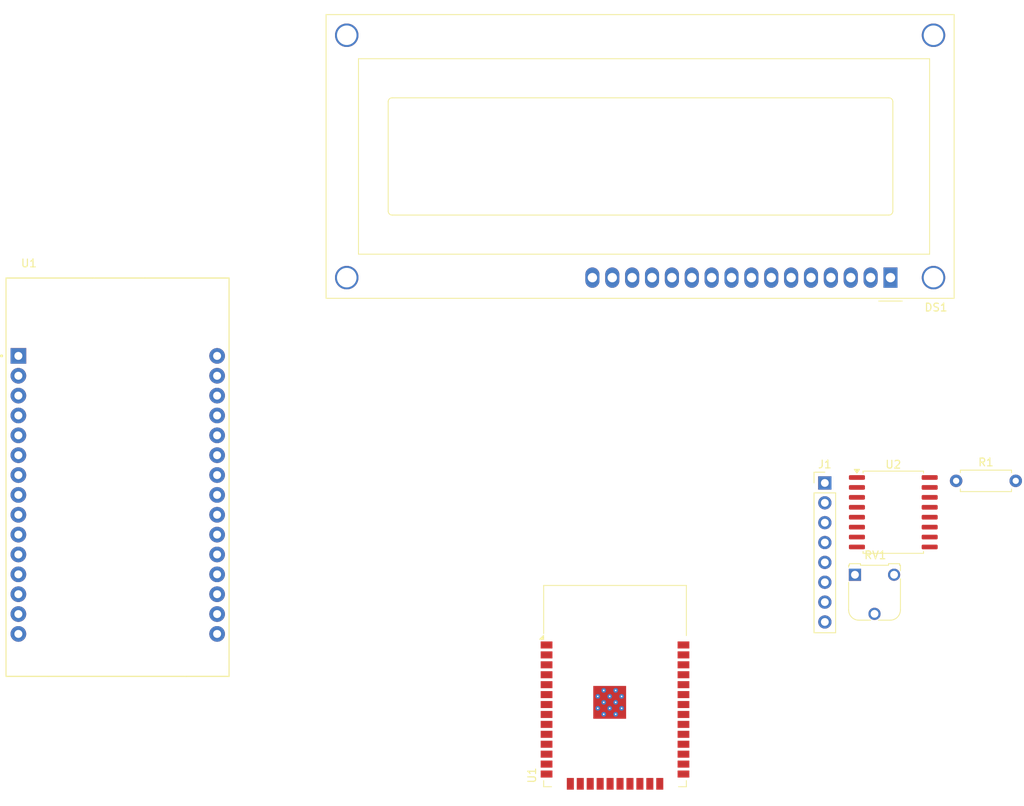
<source format=kicad_pcb>
(kicad_pcb (version 20241229) (generator "pcbnew") (generator_version "9.0")
  (layers (0 "F.Cu" signal) (2 "B.Cu" signal) (13 "F.Paste" user) (15 "B.Paste" user) (5 "F.SilkS" user "F.Silkscreen") (7 "B.SilkS" user "B.Silkscreen") (1 "F.Mask" user) (3 "B.Mask" user) (25 "Edge.Cuts" user))
  (net 0 "")
  (net 1 "Net-(DS1-D5)")
  (net 2 "Net-(DS1-LED(-))")
  (net 3 "Net-(DS1-D7)")
  (net 5 "Net-(DS1-D4)")
  (net 6 "Net-(DS1-E)")
  (net 10 "Net-(DS1-VDD)")
  (net 12 "Net-(DS1-D6)")
  (net 14 "Net-(DS1-RS)")
  (net 15 "Net-(J1-SDA)")
  (net 16 "Net-(J1-MOSI)")
  (net 17 "Net-(J1-RST)")
  (net 18 "Net-(J1-MISO)")
  (net 21 "Net-(BZ1-+)")
  (net 37 "Net-(U1-IO21)")
  (net 44 "Net-(U1-IO22)")
  (net 93 "GND")
  (net 99 "Net-(U2-GND-Pad10)")
  (footprint "Connector_PinHeader_2.54mm:PinHeader_1x08_P2.54mm_Vertical" (layer "F.Cu") (at 146.65 95.76)
    (property "Reference" "J1" (at 0 -2.38 0) (layer "F.SilkS"))
    (property "Value" "RC522")
    (fp_line (start -1.38 -1.38) (end 0 -1.38) (stroke (width 0.12)) (layer "F.SilkS"))
    (fp_line (start -1.38 0) (end -1.38 -1.38) (stroke (width 0.12)) (layer "F.SilkS"))
    (fp_line (start -1.38 1.27) (end -1.38 19.16) (stroke (width 0.12)) (layer "F.SilkS"))
    (fp_line (start -1.38 1.27) (end 1.38 1.27) (stroke (width 0.12)) (layer "F.SilkS"))
    (fp_line (start -1.38 19.16) (end 1.38 19.16) (stroke (width 0.12)) (layer "F.SilkS"))
    (fp_line (start 1.38 1.27) (end 1.38 19.16) (stroke (width 0.12)) (layer "F.SilkS"))
    (pad "1" thru_hole rect (at 0 0) (size 1.7 1.7) (drill 1) (layers "*.Cu" "*.Mask"))
    (pad "2" thru_hole circle (at 0 2.54) (size 1.7 1.7) (drill 1) (layers "*.Cu" "*.Mask"))
    (pad "3" thru_hole circle (at 0 5.08) (size 1.7 1.7) (drill 1) (layers "*.Cu" "*.Mask"))
    (pad "4" thru_hole circle (at 0 7.62) (size 1.7 1.7) (drill 1) (layers "*.Cu" "*.Mask"))
    (pad "5" thru_hole circle (at 0 10.16) (size 1.7 1.7) (drill 1) (layers "*.Cu" "*.Mask"))
    (pad "6" thru_hole circle (at 0 12.7) (size 1.7 1.7) (drill 1) (layers "*.Cu" "*.Mask"))
    (pad "7" thru_hole circle (at 0 15.24) (size 1.7 1.7) (drill 1) (layers "*.Cu" "*.Mask"))
    (pad "8" thru_hole circle (at 0 17.78) (size 1.7 1.7) (drill 1) (layers "*.Cu" "*.Mask"))
  )
  (footprint "Resistor_THT:R_Axial_DIN0207_L6.3mm_D2.5mm_P7.62mm_Horizontal" (layer "F.Cu") (at 163.43 95.49)
    (property "Reference" "R1" (at 3.81 -2.37 0) (layer "F.SilkS"))
    (property "Value" "220R")
    (fp_line (start 0.54 -1.37) (end 7.08 -1.37) (stroke (width 0.12)) (layer "F.SilkS"))
    (fp_line (start 0.54 -1.04) (end 0.54 -1.37) (stroke (width 0.12)) (layer "F.SilkS"))
    (fp_line (start 0.54 1.04) (end 0.54 1.37) (stroke (width 0.12)) (layer "F.SilkS"))
    (fp_line (start 0.54 1.37) (end 7.08 1.37) (stroke (width 0.12)) (layer "F.SilkS"))
    (fp_line (start 7.08 -1.37) (end 7.08 -1.04) (stroke (width 0.12)) (layer "F.SilkS"))
    (fp_line (start 7.08 1.37) (end 7.08 1.04) (stroke (width 0.12)) (layer "F.SilkS"))
    (pad "1" thru_hole circle (at 0 0) (size 1.6 1.6) (drill 0.8) (layers "*.Cu" "*.Mask"))
    (pad "2" thru_hole circle (at 7.62 0) (size 1.6 1.6) (drill 0.8) (layers "*.Cu" "*.Mask"))
  )
  (footprint "Display:WC1602A" (layer "F.Cu") (at 155.04 69.5 180)
    (property "Reference" "DS1" (at -5.82 -3.81 0) (layer "F.SilkS"))
    (property "Value" "LCD")
    (fp_line (start 72.14 33.64) (end 72.14 -2.64) (stroke (width 0.12)) (layer "F.SilkS"))
    (fp_line (start 72.14 -2.64) (end -7.34 -2.64) (stroke (width 0.12)) (layer "F.SilkS"))
    (fp_line (start 68 28) (end -5 28) (stroke (width 0.12)) (layer "F.SilkS"))
    (fp_line (start 68 3) (end 68 28) (stroke (width 0.12)) (layer "F.SilkS"))
    (fp_line (start 64.2 8.5) (end 64.2 22.5) (stroke (width 0.12)) (layer "F.SilkS"))
    (fp_line (start 63.70066 23) (end 0.2 23) (stroke (width 0.12)) (layer "F.SilkS"))
    (fp_line (start 0.2 8) (end 63.7 8) (stroke (width 0.12)) (layer "F.SilkS"))
    (fp_line (start -0.29972 22.49932) (end -0.29972 8.5) (stroke (width 0.12)) (layer "F.SilkS"))
    (fp_line (start -1.5 -3) (end 1.5 -3) (stroke (width 0.12)) (layer "F.SilkS"))
    (fp_line (start -5 28) (end -5 3) (stroke (width 0.12)) (layer "F.SilkS"))
    (fp_line (start -5 3) (end 68 3) (stroke (width 0.12)) (layer "F.SilkS"))
    (fp_line (start -8.13 -2.64) (end -7.34 -2.64) (stroke (width 0.12)) (layer "F.SilkS"))
    (fp_line (start -8.14 33.64) (end 72.14 33.64) (stroke (width 0.12)) (layer "F.SilkS"))
    (fp_line (start -8.14 -2.64) (end -8.14 33.64) (stroke (width 0.12)) (layer "F.SilkS"))
    (fp_arc (start 64.20104 22.49932) (mid 64.054482 22.853142) (end 63.70066 22.9997) (stroke (width 0.12)) (layer "F.SilkS"))
    (fp_arc (start 63.7 8) (mid 64.053553 8.146447) (end 64.2 8.5) (stroke (width 0.12)) (layer "F.SilkS"))
    (fp_arc (start 0.20066 22.9997) (mid -0.153162 22.853142) (end -0.29972 22.49932) (stroke (width 0.12)) (layer "F.SilkS"))
    (fp_arc (start -0.29972 8.49884) (mid -0.153162 8.145018) (end 0.20066 7.99846) (stroke (width 0.12)) (layer "F.SilkS"))
    (pad "" thru_hole circle (at -5.4991 0 180) (size 3 3) (drill 2.5) (layers "*.Cu" "*.Mask"))
    (pad "" thru_hole circle (at -5.4991 31.0007 180) (size 3 3) (drill 2.5) (layers "*.Cu" "*.Mask"))
    (pad "" thru_hole circle (at 69.49948 31.0007 180) (size 3 3) (drill 2.5) (layers "*.Cu" "*.Mask"))
    (pad "" thru_hole circle (at 69.5 0 180) (size 3 3) (drill 2.5) (layers "*.Cu" "*.Mask"))
    (pad "1" thru_hole rect (at 0 0 180) (size 1.8 2.6) (drill 1.2) (layers "*.Cu" "*.Mask"))
    (pad "2" thru_hole oval (at 2.54 0 180) (size 1.8 2.6) (drill 1.2) (layers "*.Cu" "*.Mask"))
    (pad "3" thru_hole oval (at 5.08 0 180) (size 1.8 2.6) (drill 1.2) (layers "*.Cu" "*.Mask"))
    (pad "4" thru_hole oval (at 7.62 0 180) (size 1.8 2.6) (drill 1.2) (layers "*.Cu" "*.Mask"))
    (pad "5" thru_hole oval (at 10.16 0 180) (size 1.8 2.6) (drill 1.2) (layers "*.Cu" "*.Mask"))
    (pad "6" thru_hole oval (at 12.7 0 180) (size 1.8 2.6) (drill 1.2) (layers "*.Cu" "*.Mask"))
    (pad "7" thru_hole oval (at 15.24 0 180) (size 1.8 2.6) (drill 1.2) (layers "*.Cu" "*.Mask"))
    (pad "8" thru_hole oval (at 17.78 0 180) (size 1.8 2.6) (drill 1.2) (layers "*.Cu" "*.Mask"))
    (pad "9" thru_hole oval (at 20.32 0 180) (size 1.8 2.6) (drill 1.2) (layers "*.Cu" "*.Mask"))
    (pad "10" thru_hole oval (at 22.86 0 180) (size 1.8 2.6) (drill 1.2) (layers "*.Cu" "*.Mask"))
    (pad "11" thru_hole oval (at 25.4 0 180) (size 1.8 2.6) (drill 1.2) (layers "*.Cu" "*.Mask"))
    (pad "12" thru_hole oval (at 27.94 0 180) (size 1.8 2.6) (drill 1.2) (layers "*.Cu" "*.Mask"))
    (pad "13" thru_hole oval (at 30.48 0 180) (size 1.8 2.6) (drill 1.2) (layers "*.Cu" "*.Mask"))
    (pad "14" thru_hole oval (at 33.02 0 180) (size 1.8 2.6) (drill 1.2) (layers "*.Cu" "*.Mask"))
    (pad "15" thru_hole oval (at 35.56 0 180) (size 1.8 2.6) (drill 1.2) (layers "*.Cu" "*.Mask"))
    (pad "16" thru_hole oval (at 38.1 0 180) (size 1.8 2.6) (drill 1.2) (layers "*.Cu" "*.Mask"))
  )
  (footprint "Potentiometer_THT:Potentiometer_Runtron_RM-065_Vertical" (layer "F.Cu") (at 150.5 107.5)
    (property "Reference" "RV1" (at 2.6 -2.5 0) (layer "F.SilkS"))
    (property "Value" "100k")
    (fp_line (start -0.81 -1.21) (end -0.81 -0.96) (stroke (width 0.12)) (layer "F.SilkS"))
    (fp_line (start -0.81 4.5) (end -0.81 0.96) (stroke (width 0.12)) (layer "F.SilkS"))
    (fp_line (start -0.71 -1.41) (end -0.71 -1.21) (stroke (width 0.12)) (layer "F.SilkS"))
    (fp_line (start -0.71 -1.41) (end 0.71 -1.41) (stroke (width 0.12)) (layer "F.SilkS"))
    (fp_line (start -0.71 -1.21) (end -0.81 -1.21) (stroke (width 0.12)) (layer "F.SilkS"))
    (fp_line (start 0.71 -1.21) (end 0.71 -1.41) (stroke (width 0.12)) (layer "F.SilkS"))
    (fp_line (start 0.71 -1.21) (end 4.29 -1.21) (stroke (width 0.12)) (layer "F.SilkS"))
    (fp_line (start 1.99 5.81) (end 0.5 5.81) (stroke (width 0.12)) (layer "F.SilkS"))
    (fp_line (start 4.29 -1.41) (end 5.71 -1.41) (stroke (width 0.12)) (layer "F.SilkS"))
    (fp_line (start 4.29 -1.21) (end 4.29 -1.41) (stroke (width 0.12)) (layer "F.SilkS"))
    (fp_line (start 4.5 5.81) (end 3.01 5.81) (stroke (width 0.12)) (layer "F.SilkS"))
    (fp_line (start 5.71 -1.41) (end 5.71 -1.21) (stroke (width 0.12)) (layer "F.SilkS"))
    (fp_line (start 5.71 -1.21) (end 5.81 -1.21) (stroke (width 0.12)) (layer "F.SilkS"))
    (fp_line (start 5.81 -1.21) (end 5.81 -0.52) (stroke (width 0.12)) (layer "F.SilkS"))
    (fp_line (start 5.81 0.52) (end 5.81 4.5) (stroke (width 0.12)) (layer "F.SilkS"))
    (fp_arc (start 0.5 5.81) (mid -0.42631 5.42631) (end -0.81 4.5) (stroke (width 0.12)) (layer "F.SilkS"))
    (fp_arc (start 5.81 4.5) (mid 5.42631 5.42631) (end 4.5 5.81) (stroke (width 0.12)) (layer "F.SilkS"))
    (pad "1" thru_hole rect (at 0 0) (size 1.56 1.56) (drill 1) (layers "*.Cu" "*.Mask"))
    (pad "2" thru_hole circle (at 2.5 5) (size 1.56 1.56) (drill 1) (layers "*.Cu" "*.Mask"))
    (pad "3" thru_hole circle (at 5 0) (size 1.56 1.56) (drill 1) (layers "*.Cu" "*.Mask"))
  )
  (footprint "RF_Module:ESP32-WROOM-32" (layer "F.Cu") (at 119.83 124.73)
    (property "Reference" "U1" (at -10.61 8.43 90) (layer "F.SilkS"))
    (property "Value" "ESP32-WROOM-32")
    (fp_line (start -9.12 -15.86) (end -9.12 -9.7) (stroke (width 0.12)) (layer "F.SilkS"))
    (fp_line (start -9.12 -15.86) (end 9.12 -15.86) (stroke (width 0.12)) (layer "F.SilkS"))
    (fp_line (start -9.12 9.1) (end -9.12 9.88) (stroke (width 0.12)) (layer "F.SilkS"))
    (fp_line (start -9.12 9.88) (end -8.12 9.88) (stroke (width 0.12)) (layer "F.SilkS"))
    (fp_line (start 9.12 -15.86) (end 9.12 -9.445) (stroke (width 0.12)) (layer "F.SilkS"))
    (fp_line (start 9.12 9.1) (end 9.12 9.88) (stroke (width 0.12)) (layer "F.SilkS"))
    (fp_line (start 9.12 9.88) (end 8.12 9.88) (stroke (width 0.12)) (layer "F.SilkS"))
    (fp_poly (pts (xy -9.125 -8.975) (xy -9.625 -8.975) (xy -9.125 -9.475) (xy -9.125 -8.975)) (stroke (width 0.12)) (fill yes) (layer "F.SilkS"))
    (pad "1" smd rect (at -8.75 -8.25) (size 1.5 0.9) (layers "F.Cu" "F.Mask" "F.Paste") (net 2 "Net-(DS1-LED(-))"))
    (pad "2" smd rect (at -8.75 -6.98) (size 1.5 0.9) (layers "F.Cu" "F.Mask" "F.Paste") (net 10 "Net-(DS1-VDD)"))
    (pad "3" smd rect (at -8.75 -5.71) (size 1.5 0.9) (layers "F.Cu" "F.Mask" "F.Paste"))
    (pad "4" smd rect (at -8.75 -4.44) (size 1.5 0.9) (layers "F.Cu" "F.Mask" "F.Paste"))
    (pad "5" smd rect (at -8.75 -3.17) (size 1.5 0.9) (layers "F.Cu" "F.Mask" "F.Paste"))
    (pad "6" smd rect (at -8.75 -1.9) (size 1.5 0.9) (layers "F.Cu" "F.Mask" "F.Paste"))
    (pad "7" smd rect (at -8.75 -0.63) (size 1.5 0.9) (layers "F.Cu" "F.Mask" "F.Paste"))
    (pad "8" smd rect (at -8.75 0.64) (size 1.5 0.9) (layers "F.Cu" "F.Mask" "F.Paste"))
    (pad "9" smd rect (at -8.75 1.91) (size 1.5 0.9) (layers "F.Cu" "F.Mask" "F.Paste"))
    (pad "10" smd rect (at -8.75 3.18) (size 1.5 0.9) (layers "F.Cu" "F.Mask" "F.Paste") (net 3 "Net-(DS1-D7)"))
    (pad "11" smd rect (at -8.75 4.45) (size 1.5 0.9) (layers "F.Cu" "F.Mask" "F.Paste") (net 12 "Net-(DS1-D6)"))
    (pad "12" smd rect (at -8.75 5.72) (size 1.5 0.9) (layers "F.Cu" "F.Mask" "F.Paste") (net 1 "Net-(DS1-D5)"))
    (pad "13" smd rect (at -8.75 6.99) (size 1.5 0.9) (layers "F.Cu" "F.Mask" "F.Paste") (net 5 "Net-(DS1-D4)"))
    (pad "14" smd rect (at -8.75 8.26) (size 1.5 0.9) (layers "F.Cu" "F.Mask" "F.Paste") (net 21 "Net-(BZ1-+)"))
    (pad "15" smd rect (at -5.71 9.51 90) (size 1.5 0.9) (layers "F.Cu" "F.Mask" "F.Paste") (net 2 "Net-(DS1-LED(-))"))
    (pad "16" smd rect (at -4.44 9.51 90) (size 1.5 0.9) (layers "F.Cu" "F.Mask" "F.Paste") (net 6 "Net-(DS1-E)"))
    (pad "17" smd rect (at -3.17 9.51 90) (size 1.5 0.9) (layers "F.Cu" "F.Mask" "F.Paste"))
    (pad "18" smd rect (at -1.9 9.51 90) (size 1.5 0.9) (layers "F.Cu" "F.Mask" "F.Paste"))
    (pad "19" smd rect (at -0.63 9.51 90) (size 1.5 0.9) (layers "F.Cu" "F.Mask" "F.Paste"))
    (pad "20" smd rect (at 0.64 9.51 90) (size 1.5 0.9) (layers "F.Cu" "F.Mask" "F.Paste"))
    (pad "21" smd rect (at 1.91 9.51 90) (size 1.5 0.9) (layers "F.Cu" "F.Mask" "F.Paste"))
    (pad "22" smd rect (at 3.18 9.51 90) (size 1.5 0.9) (layers "F.Cu" "F.Mask" "F.Paste"))
    (pad "23" smd rect (at 4.45 9.51 90) (size 1.5 0.9) (layers "F.Cu" "F.Mask" "F.Paste"))
    (pad "24" smd rect (at 5.72 9.51 90) (size 1.5 0.9) (layers "F.Cu" "F.Mask" "F.Paste"))
    (pad "25" smd rect (at 8.75 8.26) (size 1.5 0.9) (layers "F.Cu" "F.Mask" "F.Paste"))
    (pad "26" smd rect (at 8.75 6.99) (size 1.5 0.9) (layers "F.Cu" "F.Mask" "F.Paste"))
    (pad "27" smd rect (at 8.75 5.72) (size 1.5 0.9) (layers "F.Cu" "F.Mask" "F.Paste") (net 14 "Net-(DS1-RS)"))
    (pad "28" smd rect (at 8.75 4.45) (size 1.5 0.9) (layers "F.Cu" "F.Mask" "F.Paste") (net 17 "Net-(J1-RST)"))
    (pad "29" smd rect (at 8.75 3.18) (size 1.5 0.9) (layers "F.Cu" "F.Mask" "F.Paste") (net 15 "Net-(J1-SDA)"))
    (pad "30" smd rect (at 8.75 1.91) (size 1.5 0.9) (layers "F.Cu" "F.Mask" "F.Paste"))
    (pad "31" smd rect (at 8.75 0.64) (size 1.5 0.9) (layers "F.Cu" "F.Mask" "F.Paste") (net 18 "Net-(J1-MISO)"))
    (pad "32" smd rect (at 8.75 -0.63) (size 1.5 0.9) (layers "F.Cu" "F.Mask" "F.Paste"))
    (pad "33" smd rect (at 8.75 -1.9) (size 1.5 0.9) (layers "F.Cu" "F.Mask" "F.Paste") (net 37 "Net-(U1-IO21)"))
    (pad "34" smd rect (at 8.75 -3.17) (size 1.5 0.9) (layers "F.Cu" "F.Mask" "F.Paste"))
    (pad "35" smd rect (at 8.75 -4.44) (size 1.5 0.9) (layers "F.Cu" "F.Mask" "F.Paste"))
    (pad "36" smd rect (at 8.75 -5.71) (size 1.5 0.9) (layers "F.Cu" "F.Mask" "F.Paste") (net 44 "Net-(U1-IO22)"))
    (pad "37" smd rect (at 8.75 -6.98) (size 1.5 0.9) (layers "F.Cu" "F.Mask" "F.Paste") (net 16 "Net-(J1-MOSI)"))
    (pad "38" smd rect (at 8.75 -8.25) (size 1.5 0.9) (layers "F.Cu" "F.Mask" "F.Paste") (net 2 "Net-(DS1-LED(-))"))
    (pad "39" smd rect (at -2.205 -2.435) (size 1.05 1.05) (layers "F.Cu" "F.Paste") (net 2 "Net-(DS1-LED(-))"))
    (pad "39" thru_hole circle (at -2.205 -1.6725) (size 0.6 0.6) (drill 0.2) (property pad_prop_heatsink) (layers "*.Cu" "F.Mask") (net 2 "Net-(DS1-LED(-))"))
    (pad "39" smd rect (at -2.205 -0.91) (size 1.05 1.05) (layers "F.Cu" "F.Paste") (net 2 "Net-(DS1-LED(-))"))
    (pad "39" thru_hole circle (at -2.205 -0.1475) (size 0.6 0.6) (drill 0.2) (property pad_prop_heatsink) (layers "*.Cu" "F.Mask") (net 2 "Net-(DS1-LED(-))"))
    (pad "39" smd rect (at -2.205 0.615) (size 1.05 1.05) (layers "F.Cu" "F.Paste") (net 2 "Net-(DS1-LED(-))"))
    (pad "39" thru_hole circle (at -1.4425 -2.435) (size 0.6 0.6) (drill 0.2) (property pad_prop_heatsink) (layers "*.Cu" "F.Mask") (net 2 "Net-(DS1-LED(-))"))
    (pad "39" thru_hole circle (at -1.4425 -0.91) (size 0.6 0.6) (drill 0.2) (property pad_prop_heatsink) (layers "*.Cu" "F.Mask") (net 2 "Net-(DS1-LED(-))"))
    (pad "39" thru_hole circle (at -1.4425 0.615) (size 0.6 0.6) (drill 0.2) (property pad_prop_heatsink) (layers "*.Cu" "F.Mask") (net 2 "Net-(DS1-LED(-))"))
    (pad "39" smd rect (at -0.68 -2.435) (size 1.05 1.05) (layers "F.Cu" "F.Paste") (net 2 "Net-(DS1-LED(-))"))
    (pad "39" thru_hole circle (at -0.68 -1.6725) (size 0.6 0.6) (drill 0.2) (property pad_prop_heatsink) (layers "*.Cu" "F.Mask") (net 2 "Net-(DS1-LED(-))"))
    (pad "39" smd rect (at -0.68 -0.91) (size 1.05 1.05) (layers "F.Cu" "F.Paste") (net 2 "Net-(DS1-LED(-))"))
    (pad "39" smd rect (at -0.68 -0.91) (size 4.2 4.2) (property pad_prop_heatsink) (layers "F.Cu" "F.Mask") (net 2 "Net-(DS1-LED(-))"))
    (pad "39" thru_hole circle (at -0.68 -0.1475) (size 0.6 0.6) (drill 0.2) (property pad_prop_heatsink) (layers "*.Cu" "F.Mask") (net 2 "Net-(DS1-LED(-))"))
    (pad "39" smd rect (at -0.68 0.615) (size 1.05 1.05) (layers "F.Cu" "F.Paste") (net 2 "Net-(DS1-LED(-))"))
    (pad "39" thru_hole circle (at 0.0825 -2.435) (size 0.6 0.6) (drill 0.2) (property pad_prop_heatsink) (layers "*.Cu" "F.Mask") (net 2 "Net-(DS1-LED(-))"))
    (pad "39" thru_hole circle (at 0.0825 -0.91) (size 0.6 0.6) (drill 0.2) (property pad_prop_heatsink) (layers "*.Cu" "F.Mask") (net 2 "Net-(DS1-LED(-))"))
    (pad "39" thru_hole circle (at 0.0825 0.615) (size 0.6 0.6) (drill 0.2) (property pad_prop_heatsink) (layers "*.Cu" "F.Mask") (net 2 "Net-(DS1-LED(-))"))
    (pad "39" smd rect (at 0.845 -2.435) (size 1.05 1.05) (layers "F.Cu" "F.Paste") (net 2 "Net-(DS1-LED(-))"))
    (pad "39" thru_hole circle (at 0.845 -1.6725) (size 0.6 0.6) (drill 0.2) (property pad_prop_heatsink) (layers "*.Cu" "F.Mask") (net 2 "Net-(DS1-LED(-))"))
    (pad "39" smd rect (at 0.845 -0.91) (size 1.05 1.05) (layers "F.Cu" "F.Paste") (net 2 "Net-(DS1-LED(-))"))
    (pad "39" thru_hole circle (at 0.845 -0.1475) (size 0.6 0.6) (drill 0.2) (property pad_prop_heatsink) (layers "*.Cu" "F.Mask") (net 2 "Net-(DS1-LED(-))"))
    (pad "39" smd rect (at 0.845 0.615) (size 1.05 1.05) (layers "F.Cu" "F.Paste") (net 2 "Net-(DS1-LED(-))"))
  )
  (footprint "ESP32-DEVKIT-V1:MODULE_ESP32_DEVKIT_V1" (layer "F.Cu") (at 56.27 95.025)
    (property "Reference" "U1" (at -11.355 -27.36 0) (layer "F.SilkS"))
    (property "Value" "ESP32-DEVKIT-V1")
    (fp_line (start -14.28 -25.475) (end -3.211 -25.475) (stroke (width 0.127)) (layer "F.SilkS"))
    (fp_line (start -14.28 -25.475) (end 14.23 -25.475) (stroke (width 0.127)) (layer "F.SilkS"))
    (fp_line (start -14.28 25.475) (end -14.28 -25.475) (stroke (width 0.127)) (layer "F.SilkS"))
    (fp_line (start -14.28 25.475) (end -14.28 -25.475) (stroke (width 0.127)) (layer "F.SilkS"))
    (fp_line (start -14.28 25.475) (end -8.91 25.475) (stroke (width 0.127)) (layer "F.SilkS"))
    (fp_line (start -8.91 25.475) (end 8.78 25.475) (stroke (width 0.127)) (layer "F.SilkS"))
    (fp_line (start -3.211 -25.475) (end 3.5 -25.475) (stroke (width 0.127)) (layer "F.SilkS"))
    (fp_line (start 3.5 -25.475) (end 14.23 -25.475) (stroke (width 0.127)) (layer "F.SilkS"))
    (fp_line (start 8.78 25.475) (end 14.23 25.475) (stroke (width 0.127)) (layer "F.SilkS"))
    (fp_line (start 14.23 -25.475) (end 14.23 25.475) (stroke (width 0.127)) (layer "F.SilkS"))
    (fp_line (start 14.23 -25.475) (end 14.23 25.475) (stroke (width 0.127)) (layer "F.SilkS"))
    (fp_line (start 14.23 25.475) (end -14.28 25.475) (stroke (width 0.127)) (layer "F.SilkS"))
    (fp_circle (center -14.85 -15.515) (end -14.75 -15.515) (stroke (width 0.2)) (fill no) (layer "F.SilkS"))
    (pad "" np_thru_hole circle (at -12.28 -23.475) (size 3 3) (drill 3) (layers "*.Cu" "*.Mask"))
    (pad "" np_thru_hole circle (at -12.28 23.475) (size 3 3) (drill 3) (layers "*.Cu" "*.Mask"))
    (pad "" np_thru_hole circle (at 12.23 -23.475) (size 3 3) (drill 3) (layers "*.Cu" "*.Mask"))
    (pad "" np_thru_hole circle (at 12.23 23.475) (size 3 3) (drill 3) (layers "*.Cu" "*.Mask"))
    (pad "1" thru_hole rect (at -12.7 -15.515) (size 2 2) (drill 1.02) (layers "*.Cu" "*.Mask"))
    (pad "2" thru_hole circle (at -12.7 -12.975) (size 2 2) (drill 1.02) (layers "*.Cu" "*.Mask") (net 93 "GND"))
    (pad "3" thru_hole circle (at -12.7 -10.435) (size 2 2) (drill 1.02) (layers "*.Cu" "*.Mask"))
    (pad "4" thru_hole circle (at -12.7 -7.895) (size 2 2) (drill 1.02) (layers "*.Cu" "*.Mask"))
    (pad "5" thru_hole circle (at -12.7 -5.355) (size 2 2) (drill 1.02) (layers "*.Cu" "*.Mask"))
    (pad "6" thru_hole circle (at -12.7 -2.815) (size 2 2) (drill 1.02) (layers "*.Cu" "*.Mask"))
    (pad "7" thru_hole circle (at -12.7 -0.275) (size 2 2) (drill 1.02) (layers "*.Cu" "*.Mask"))
    (pad "8" thru_hole circle (at -12.7 2.265) (size 2 2) (drill 1.02) (layers "*.Cu" "*.Mask"))
    (pad "9" thru_hole circle (at -12.7 4.805) (size 2 2) (drill 1.02) (layers "*.Cu" "*.Mask"))
    (pad "10" thru_hole circle (at -12.7 7.345) (size 2 2) (drill 1.02) (layers "*.Cu" "*.Mask"))
    (pad "11" thru_hole circle (at -12.7 9.885) (size 2 2) (drill 1.02) (layers "*.Cu" "*.Mask"))
    (pad "12" thru_hole circle (at -12.7 12.425) (size 2 2) (drill 1.02) (layers "*.Cu" "*.Mask"))
    (pad "13" thru_hole circle (at -12.7 14.965) (size 2 2) (drill 1.02) (layers "*.Cu" "*.Mask"))
    (pad "14" thru_hole circle (at -12.7 17.505) (size 2 2) (drill 1.02) (layers "*.Cu" "*.Mask"))
    (pad "15" thru_hole circle (at -12.7 20.045) (size 2 2) (drill 1.02) (layers "*.Cu" "*.Mask"))
    (pad "16" thru_hole circle (at 12.7 20.045) (size 2 2) (drill 1.02) (layers "*.Cu" "*.Mask"))
    (pad "17" thru_hole circle (at 12.7 17.505) (size 2 2) (drill 1.02) (layers "*.Cu" "*.Mask"))
    (pad "18" thru_hole circle (at 12.7 14.965) (size 2 2) (drill 1.02) (layers "*.Cu" "*.Mask"))
    (pad "19" thru_hole circle (at 12.7 12.425) (size 2 2) (drill 1.02) (layers "*.Cu" "*.Mask"))
    (pad "20" thru_hole circle (at 12.7 9.885) (size 2 2) (drill 1.02) (layers "*.Cu" "*.Mask"))
    (pad "21" thru_hole circle (at 12.7 7.345) (size 2 2) (drill 1.02) (layers "*.Cu" "*.Mask"))
    (pad "22" thru_hole circle (at 12.7 4.805) (size 2 2) (drill 1.02) (layers "*.Cu" "*.Mask"))
    (pad "23" thru_hole circle (at 12.7 2.265) (size 2 2) (drill 1.02) (layers "*.Cu" "*.Mask"))
    (pad "24" thru_hole circle (at 12.7 -0.275) (size 2 2) (drill 1.02) (layers "*.Cu" "*.Mask"))
    (pad "25" thru_hole circle (at 12.7 -2.815) (size 2 2) (drill 1.02) (layers "*.Cu" "*.Mask"))
    (pad "26" thru_hole circle (at 12.7 -5.355) (size 2 2) (drill 1.02) (layers "*.Cu" "*.Mask"))
    (pad "27" thru_hole circle (at 12.7 -7.895) (size 2 2) (drill 1.02) (layers "*.Cu" "*.Mask"))
    (pad "28" thru_hole circle (at 12.7 -10.435) (size 2 2) (drill 1.02) (layers "*.Cu" "*.Mask"))
    (pad "29" thru_hole circle (at 12.7 -12.975) (size 2 2) (drill 1.02) (layers "*.Cu" "*.Mask") (net 93 "GND"))
    (pad "30" thru_hole circle (at 12.7 -15.515) (size 2 2) (drill 1.02) (layers "*.Cu" "*.Mask"))
  )
  (footprint "Package_SO:SOIC-16W_7.5x10.3mm_P1.27mm" (layer "F.Cu") (at 155.4 99.505)
    (property "Reference" "U2" (at 0 -6.1 0) (layer "F.SilkS"))
    (property "Value" "RTC")
    (fp_line (start -3.86 -5.26) (end 3.86 -5.26) (stroke (width 0.12)) (layer "F.SilkS"))
    (fp_line (start -3.86 -5.005) (end -3.86 -5.26) (stroke (width 0.12)) (layer "F.SilkS"))
    (fp_line (start -3.86 5.26) (end -3.86 5.005) (stroke (width 0.12)) (layer "F.SilkS"))
    (fp_line (start 3.86 -5.26) (end 3.86 -5.005) (stroke (width 0.12)) (layer "F.SilkS"))
    (fp_line (start 3.86 5.005) (end 3.86 5.26) (stroke (width 0.12)) (layer "F.SilkS"))
    (fp_line (start 3.86 5.26) (end -3.86 5.26) (stroke (width 0.12)) (layer "F.SilkS"))
    (fp_poly (pts (xy -4.65 -5.01) (xy -4.99 -5.48) (xy -4.31 -5.48)) (stroke (width 0.12)) (fill yes) (layer "F.SilkS"))
    (pad "1" smd roundrect (at -4.65 -4.445) (size 2.05 0.6) (layers "F.Cu" "F.Mask" "F.Paste"))
    (pad "2" smd roundrect (at -4.65 -3.175) (size 2.05 0.6) (layers "F.Cu" "F.Mask" "F.Paste"))
    (pad "3" smd roundrect (at -4.65 -1.905) (size 2.05 0.6) (layers "F.Cu" "F.Mask" "F.Paste"))
    (pad "4" smd roundrect (at -4.65 -0.635) (size 2.05 0.6) (layers "F.Cu" "F.Mask" "F.Paste"))
    (pad "5" smd roundrect (at -4.65 0.635) (size 2.05 0.6) (layers "F.Cu" "F.Mask" "F.Paste") (net 99 "Net-(U2-GND-Pad10)"))
    (pad "6" smd roundrect (at -4.65 1.905) (size 2.05 0.6) (layers "F.Cu" "F.Mask" "F.Paste") (net 99 "Net-(U2-GND-Pad10)"))
    (pad "7" smd roundrect (at -4.65 3.175) (size 2.05 0.6) (layers "F.Cu" "F.Mask" "F.Paste") (net 99 "Net-(U2-GND-Pad10)"))
    (pad "8" smd roundrect (at -4.65 4.445) (size 2.05 0.6) (layers "F.Cu" "F.Mask" "F.Paste") (net 99 "Net-(U2-GND-Pad10)"))
    (pad "9" smd roundrect (at 4.65 4.445) (size 2.05 0.6) (layers "F.Cu" "F.Mask" "F.Paste") (net 99 "Net-(U2-GND-Pad10)"))
    (pad "10" smd roundrect (at 4.65 3.175) (size 2.05 0.6) (layers "F.Cu" "F.Mask" "F.Paste") (net 99 "Net-(U2-GND-Pad10)"))
    (pad "11" smd roundrect (at 4.65 1.905) (size 2.05 0.6) (layers "F.Cu" "F.Mask" "F.Paste") (net 99 "Net-(U2-GND-Pad10)"))
    (pad "12" smd roundrect (at 4.65 0.635) (size 2.05 0.6) (layers "F.Cu" "F.Mask" "F.Paste") (net 99 "Net-(U2-GND-Pad10)"))
    (pad "13" smd roundrect (at 4.65 -0.635) (size 2.05 0.6) (layers "F.Cu" "F.Mask" "F.Paste") (net 99 "Net-(U2-GND-Pad10)"))
    (pad "14" smd roundrect (at 4.65 -1.905) (size 2.05 0.6) (layers "F.Cu" "F.Mask" "F.Paste"))
    (pad "15" smd roundrect (at 4.65 -3.175) (size 2.05 0.6) (layers "F.Cu" "F.Mask" "F.Paste"))
    (pad "16" smd roundrect (at 4.65 -4.445) (size 2.05 0.6) (layers "F.Cu" "F.Mask" "F.Paste"))
  )
)
</source>
